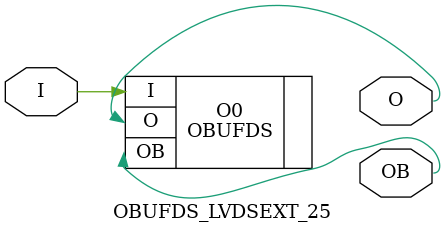
<source format=v>


`timescale  1 ps / 1 ps


module OBUFDS_LVDSEXT_25 (O, OB, I);

    output O, OB;

    input  I;

	OBUFDS #(.IOSTANDARD("LVDSEXT_25")) O0 (.O(O), .I(I), .OB(OB));


endmodule



</source>
